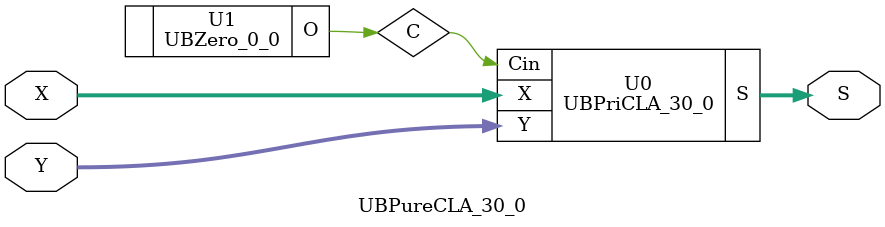
<source format=v>
/*----------------------------------------------------------------------------
  Copyright (c) 2021 Homma laboratory. All rights reserved.

  Top module: UBCLA_30_0_30_0

  Operand-1 length: 31
  Operand-2 length: 31
  Two-operand addition algorithm: Carry look-ahead adder
----------------------------------------------------------------------------*/

module GPGenerator(Go, Po, A, B);
  output Go;
  output Po;
  input A;
  input B;
  assign Go = A & B;
  assign Po = A ^ B;
endmodule

module CLAUnit_31(C, G, P, Cin);
  output [31:1] C;
  input Cin;
  input [30:0] G;
  input [30:0] P;
  assign C[1] = G[0] | ( P[0] & Cin );
  assign C[2] = G[1] | ( P[1] & G[0] ) | ( P[1] & P[0] & Cin );
  assign C[3] = G[2] | ( P[2] & G[1] ) | ( P[2] & P[1] & G[0] ) | ( P[2] & P[1] & P[0] & Cin );
  assign C[4] = G[3] | ( P[3] & G[2] ) | ( P[3] & P[2] & G[1] ) | ( P[3] & P[2] & P[1] & G[0] ) | ( P[3] & P[2] & P[1] & P[0] & Cin );
  assign C[5] = G[4] | ( P[4] & G[3] ) | ( P[4] & P[3] & G[2] ) | ( P[4] & P[3] & P[2] & G[1] ) | ( P[4] & P[3] & P[2] & P[1] & G[0] ) | ( P[4] & P[3] & P[2] & P[1] & P[0] & Cin );
  assign C[6] = G[5] | ( P[5] & G[4] ) | ( P[5] & P[4] & G[3] ) | ( P[5] & P[4] & P[3] & G[2] ) | ( P[5] & P[4] & P[3] & P[2] & G[1] ) | ( P[5] & P[4] & P[3] & P[2] & P[1] & G[0] ) | ( P[5] & P[4] & P[3]
 & P[2] & P[1] & P[0] & Cin );
  assign C[7] = G[6] | ( P[6] & G[5] ) | ( P[6] & P[5] & G[4] ) | ( P[6] & P[5] & P[4] & G[3] ) | ( P[6] & P[5] & P[4] & P[3] & G[2] ) | ( P[6] & P[5] & P[4] & P[3] & P[2] & G[1] ) | ( P[6] & P[5] & P[4]
 & P[3] & P[2] & P[1] & G[0] ) | ( P[6] & P[5] & P[4] & P[3] & P[2] & P[1] & P[0] & Cin );
  assign C[8] = G[7] | ( P[7] & G[6] ) | ( P[7] & P[6] & G[5] ) | ( P[7] & P[6] & P[5] & G[4] ) | ( P[7] & P[6] & P[5] & P[4] & G[3] ) | ( P[7] & P[6] & P[5] & P[4] & P[3] & G[2] ) | ( P[7] & P[6] & P[5]
 & P[4] & P[3] & P[2] & G[1] ) | ( P[7] & P[6] & P[5] & P[4] & P[3] & P[2] & P[1] & G[0] ) | ( P[7] & P[6] & P[5] & P[4] & P[3] & P[2] & P[1] & P[0] & Cin );
  assign C[9] = G[8] | ( P[8] & G[7] ) | ( P[8] & P[7] & G[6] ) | ( P[8] & P[7] & P[6] & G[5] ) | ( P[8] & P[7] & P[6] & P[5] & G[4] ) | ( P[8] & P[7] & P[6] & P[5] & P[4] & G[3] ) | ( P[8] & P[7] & P[6]
 & P[5] & P[4] & P[3] & G[2] ) | ( P[8] & P[7] & P[6] & P[5] & P[4] & P[3] & P[2] & G[1] ) | ( P[8] & P[7] & P[6] & P[5] & P[4] & P[3] & P[2] & P[1] & G[0] ) | ( P[8] & P[7] & P[6] & P[5] & P[4] & P[3]
 & P[2] & P[1] & P[0] & Cin );
  assign C[10] = G[9] | ( P[9] & G[8] ) | ( P[9] & P[8] & G[7] ) | ( P[9] & P[8] & P[7] & G[6] ) | ( P[9] & P[8] & P[7] & P[6] & G[5] ) | ( P[9] & P[8] & P[7] & P[6] & P[5] & G[4] ) | ( P[9] & P[8] & P[7]
 & P[6] & P[5] & P[4] & G[3] ) | ( P[9] & P[8] & P[7] & P[6] & P[5] & P[4] & P[3] & G[2] ) | ( P[9] & P[8] & P[7] & P[6] & P[5] & P[4] & P[3] & P[2] & G[1] ) | ( P[9] & P[8] & P[7] & P[6] & P[5] & P[4]
 & P[3] & P[2] & P[1] & G[0] ) | ( P[9] & P[8] & P[7] & P[6] & P[5] & P[4] & P[3] & P[2] & P[1] & P[0] & Cin );
  assign C[11] = G[10] | ( P[10] & G[9] ) | ( P[10] & P[9] & G[8] ) | ( P[10] & P[9] & P[8] & G[7] ) | ( P[10] & P[9] & P[8] & P[7] & G[6] ) | ( P[10] & P[9] & P[8] & P[7] & P[6] & G[5] ) | ( P[10] & P[9]
 & P[8] & P[7] & P[6] & P[5] & G[4] ) | ( P[10] & P[9] & P[8] & P[7] & P[6] & P[5] & P[4] & G[3] ) | ( P[10] & P[9] & P[8] & P[7] & P[6] & P[5] & P[4] & P[3] & G[2] ) | ( P[10] & P[9] & P[8] & P[7] & P[6]
 & P[5] & P[4] & P[3] & P[2] & G[1] ) | ( P[10] & P[9] & P[8] & P[7] & P[6] & P[5] & P[4] & P[3] & P[2] & P[1] & G[0] ) | ( P[10] & P[9] & P[8] & P[7] & P[6] & P[5] & P[4] & P[3] & P[2] & P[1] & P[0] &
 Cin );
  assign C[12] = G[11] | ( P[11] & G[10] ) | ( P[11] & P[10] & G[9] ) | ( P[11] & P[10] & P[9] & G[8] ) | ( P[11] & P[10] & P[9] & P[8] & G[7] ) | ( P[11] & P[10] & P[9] & P[8] & P[7] & G[6] ) | ( P[11]
 & P[10] & P[9] & P[8] & P[7] & P[6] & G[5] ) | ( P[11] & P[10] & P[9] & P[8] & P[7] & P[6] & P[5] & G[4] ) | ( P[11] & P[10] & P[9] & P[8] & P[7] & P[6] & P[5] & P[4] & G[3] ) | ( P[11] & P[10] & P[9]
 & P[8] & P[7] & P[6] & P[5] & P[4] & P[3] & G[2] ) | ( P[11] & P[10] & P[9] & P[8] & P[7] & P[6] & P[5] & P[4] & P[3] & P[2] & G[1] ) | ( P[11] & P[10] & P[9] & P[8] & P[7] & P[6] & P[5] & P[4] & P[3]
 & P[2] & P[1] & G[0] ) | ( P[11] & P[10] & P[9] & P[8] & P[7] & P[6] & P[5] & P[4] & P[3] & P[2] & P[1] & P[0] & Cin );
  assign C[13] = G[12] | ( P[12] & G[11] ) | ( P[12] & P[11] & G[10] ) | ( P[12] & P[11] & P[10] & G[9] ) | ( P[12] & P[11] & P[10] & P[9] & G[8] ) | ( P[12] & P[11] & P[10] & P[9] & P[8] & G[7] ) | ( P[12]
 & P[11] & P[10] & P[9] & P[8] & P[7] & G[6] ) | ( P[12] & P[11] & P[10] & P[9] & P[8] & P[7] & P[6] & G[5] ) | ( P[12] & P[11] & P[10] & P[9] & P[8] & P[7] & P[6] & P[5] & G[4] ) | ( P[12] & P[11] & P[10]
 & P[9] & P[8] & P[7] & P[6] & P[5] & P[4] & G[3] ) | ( P[12] & P[11] & P[10] & P[9] & P[8] & P[7] & P[6] & P[5] & P[4] & P[3] & G[2] ) | ( P[12] & P[11] & P[10] & P[9] & P[8] & P[7] & P[6] & P[5] & P[4]
 & P[3] & P[2] & G[1] ) | ( P[12] & P[11] & P[10] & P[9] & P[8] & P[7] & P[6] & P[5] & P[4] & P[3] & P[2] & P[1] & G[0] ) | ( P[12] & P[11] & P[10] & P[9] & P[8] & P[7] & P[6] & P[5] & P[4] & P[3] & P[2]
 & P[1] & P[0] & Cin );
  assign C[14] = G[13] | ( P[13] & G[12] ) | ( P[13] & P[12] & G[11] ) | ( P[13] & P[12] & P[11] & G[10] ) | ( P[13] & P[12] & P[11] & P[10] & G[9] ) | ( P[13] & P[12] & P[11] & P[10] & P[9] & G[8] ) |
 ( P[13] & P[12] & P[11] & P[10] & P[9] & P[8] & G[7] ) | ( P[13] & P[12] & P[11] & P[10] & P[9] & P[8] & P[7] & G[6] ) | ( P[13] & P[12] & P[11] & P[10] & P[9] & P[8] & P[7] & P[6] & G[5] ) | ( P[13] &
 P[12] & P[11] & P[10] & P[9] & P[8] & P[7] & P[6] & P[5] & G[4] ) | ( P[13] & P[12] & P[11] & P[10] & P[9] & P[8] & P[7] & P[6] & P[5] & P[4] & G[3] ) | ( P[13] & P[12] & P[11] & P[10] & P[9] & P[8] &
 P[7] & P[6] & P[5] & P[4] & P[3] & G[2] ) | ( P[13] & P[12] & P[11] & P[10] & P[9] & P[8] & P[7] & P[6] & P[5] & P[4] & P[3] & P[2] & G[1] ) | ( P[13] & P[12] & P[11] & P[10] & P[9] & P[8] & P[7] & P[6]
 & P[5] & P[4] & P[3] & P[2] & P[1] & G[0] ) | ( P[13] & P[12] & P[11] & P[10] & P[9] & P[8] & P[7] & P[6] & P[5] & P[4] & P[3] & P[2] & P[1] & P[0] & Cin );
  assign C[15] = G[14] | ( P[14] & G[13] ) | ( P[14] & P[13] & G[12] ) | ( P[14] & P[13] & P[12] & G[11] ) | ( P[14] & P[13] & P[12] & P[11] & G[10] ) | ( P[14] & P[13] & P[12] & P[11] & P[10] & G[9] )
 | ( P[14] & P[13] & P[12] & P[11] & P[10] & P[9] & G[8] ) | ( P[14] & P[13] & P[12] & P[11] & P[10] & P[9] & P[8] & G[7] ) | ( P[14] & P[13] & P[12] & P[11] & P[10] & P[9] & P[8] & P[7] & G[6] ) | ( P[14]
 & P[13] & P[12] & P[11] & P[10] & P[9] & P[8] & P[7] & P[6] & G[5] ) | ( P[14] & P[13] & P[12] & P[11] & P[10] & P[9] & P[8] & P[7] & P[6] & P[5] & G[4] ) | ( P[14] & P[13] & P[12] & P[11] & P[10] & P[9]
 & P[8] & P[7] & P[6] & P[5] & P[4] & G[3] ) | ( P[14] & P[13] & P[12] & P[11] & P[10] & P[9] & P[8] & P[7] & P[6] & P[5] & P[4] & P[3] & G[2] ) | ( P[14] & P[13] & P[12] & P[11] & P[10] & P[9] & P[8] &
 P[7] & P[6] & P[5] & P[4] & P[3] & P[2] & G[1] ) | ( P[14] & P[13] & P[12] & P[11] & P[10] & P[9] & P[8] & P[7] & P[6] & P[5] & P[4] & P[3] & P[2] & P[1] & G[0] ) | ( P[14] & P[13] & P[12] & P[11] & P[10]
 & P[9] & P[8] & P[7] & P[6] & P[5] & P[4] & P[3] & P[2] & P[1] & P[0] & Cin );
  assign C[16] = G[15] | ( P[15] & G[14] ) | ( P[15] & P[14] & G[13] ) | ( P[15] & P[14] & P[13] & G[12] ) | ( P[15] & P[14] & P[13] & P[12] & G[11] ) | ( P[15] & P[14] & P[13] & P[12] & P[11] & G[10] )
 | ( P[15] & P[14] & P[13] & P[12] & P[11] & P[10] & G[9] ) | ( P[15] & P[14] & P[13] & P[12] & P[11] & P[10] & P[9] & G[8] ) | ( P[15] & P[14] & P[13] & P[12] & P[11] & P[10] & P[9] & P[8] & G[7] ) | (
 P[15] & P[14] & P[13] & P[12] & P[11] & P[10] & P[9] & P[8] & P[7] & G[6] ) | ( P[15] & P[14] & P[13] & P[12] & P[11] & P[10] & P[9] & P[8] & P[7] & P[6] & G[5] ) | ( P[15] & P[14] & P[13] & P[12] & P[11]
 & P[10] & P[9] & P[8] & P[7] & P[6] & P[5] & G[4] ) | ( P[15] & P[14] & P[13] & P[12] & P[11] & P[10] & P[9] & P[8] & P[7] & P[6] & P[5] & P[4] & G[3] ) | ( P[15] & P[14] & P[13] & P[12] & P[11] & P[10]
 & P[9] & P[8] & P[7] & P[6] & P[5] & P[4] & P[3] & G[2] ) | ( P[15] & P[14] & P[13] & P[12] & P[11] & P[10] & P[9] & P[8] & P[7] & P[6] & P[5] & P[4] & P[3] & P[2] & G[1] ) | ( P[15] & P[14] & P[13] &
 P[12] & P[11] & P[10] & P[9] & P[8] & P[7] & P[6] & P[5] & P[4] & P[3] & P[2] & P[1] & G[0] ) | ( P[15] & P[14] & P[13] & P[12] & P[11] & P[10] & P[9] & P[8] & P[7] & P[6] & P[5] & P[4] & P[3] & P[2] &
 P[1] & P[0] & Cin );
  assign C[17] = G[16] | ( P[16] & G[15] ) | ( P[16] & P[15] & G[14] ) | ( P[16] & P[15] & P[14] & G[13] ) | ( P[16] & P[15] & P[14] & P[13] & G[12] ) | ( P[16] & P[15] & P[14] & P[13] & P[12] & G[11] )
 | ( P[16] & P[15] & P[14] & P[13] & P[12] & P[11] & G[10] ) | ( P[16] & P[15] & P[14] & P[13] & P[12] & P[11] & P[10] & G[9] ) | ( P[16] & P[15] & P[14] & P[13] & P[12] & P[11] & P[10] & P[9] & G[8] )
 | ( P[16] & P[15] & P[14] & P[13] & P[12] & P[11] & P[10] & P[9] & P[8] & G[7] ) | ( P[16] & P[15] & P[14] & P[13] & P[12] & P[11] & P[10] & P[9] & P[8] & P[7] & G[6] ) | ( P[16] & P[15] & P[14] & P[13]
 & P[12] & P[11] & P[10] & P[9] & P[8] & P[7] & P[6] & G[5] ) | ( P[16] & P[15] & P[14] & P[13] & P[12] & P[11] & P[10] & P[9] & P[8] & P[7] & P[6] & P[5] & G[4] ) | ( P[16] & P[15] & P[14] & P[13] & P[12]
 & P[11] & P[10] & P[9] & P[8] & P[7] & P[6] & P[5] & P[4] & G[3] ) | ( P[16] & P[15] & P[14] & P[13] & P[12] & P[11] & P[10] & P[9] & P[8] & P[7] & P[6] & P[5] & P[4] & P[3] & G[2] ) | ( P[16] & P[15]
 & P[14] & P[13] & P[12] & P[11] & P[10] & P[9] & P[8] & P[7] & P[6] & P[5] & P[4] & P[3] & P[2] & G[1] ) | ( P[16] & P[15] & P[14] & P[13] & P[12] & P[11] & P[10] & P[9] & P[8] & P[7] & P[6] & P[5] & P[4]
 & P[3] & P[2] & P[1] & G[0] ) | ( P[16] & P[15] & P[14] & P[13] & P[12] & P[11] & P[10] & P[9] & P[8] & P[7] & P[6] & P[5] & P[4] & P[3] & P[2] & P[1] & P[0] & Cin );
  assign C[18] = G[17] | ( P[17] & G[16] ) | ( P[17] & P[16] & G[15] ) | ( P[17] & P[16] & P[15] & G[14] ) | ( P[17] & P[16] & P[15] & P[14] & G[13] ) | ( P[17] & P[16] & P[15] & P[14] & P[13] & G[12] )
 | ( P[17] & P[16] & P[15] & P[14] & P[13] & P[12] & G[11] ) | ( P[17] & P[16] & P[15] & P[14] & P[13] & P[12] & P[11] & G[10] ) | ( P[17] & P[16] & P[15] & P[14] & P[13] & P[12] & P[11] & P[10] & G[9]
 ) | ( P[17] & P[16] & P[15] & P[14] & P[13] & P[12] & P[11] & P[10] & P[9] & G[8] ) | ( P[17] & P[16] & P[15] & P[14] & P[13] & P[12] & P[11] & P[10] & P[9] & P[8] & G[7] ) | ( P[17] & P[16] & P[15] &
 P[14] & P[13] & P[12] & P[11] & P[10] & P[9] & P[8] & P[7] & G[6] ) | ( P[17] & P[16] & P[15] & P[14] & P[13] & P[12] & P[11] & P[10] & P[9] & P[8] & P[7] & P[6] & G[5] ) | ( P[17] & P[16] & P[15] & P[14]
 & P[13] & P[12] & P[11] & P[10] & P[9] & P[8] & P[7] & P[6] & P[5] & G[4] ) | ( P[17] & P[16] & P[15] & P[14] & P[13] & P[12] & P[11] & P[10] & P[9] & P[8] & P[7] & P[6] & P[5] & P[4] & G[3] ) | ( P[17]
 & P[16] & P[15] & P[14] & P[13] & P[12] & P[11] & P[10] & P[9] & P[8] & P[7] & P[6] & P[5] & P[4] & P[3] & G[2] ) | ( P[17] & P[16] & P[15] & P[14] & P[13] & P[12] & P[11] & P[10] & P[9] & P[8] & P[7]
 & P[6] & P[5] & P[4] & P[3] & P[2] & G[1] ) | ( P[17] & P[16] & P[15] & P[14] & P[13] & P[12] & P[11] & P[10] & P[9] & P[8] & P[7] & P[6] & P[5] & P[4] & P[3] & P[2] & P[1] & G[0] ) | ( P[17] & P[16] &
 P[15] & P[14] & P[13] & P[12] & P[11] & P[10] & P[9] & P[8] & P[7] & P[6] & P[5] & P[4] & P[3] & P[2] & P[1] & P[0] & Cin );
  assign C[19] = G[18] | ( P[18] & G[17] ) | ( P[18] & P[17] & G[16] ) | ( P[18] & P[17] & P[16] & G[15] ) | ( P[18] & P[17] & P[16] & P[15] & G[14] ) | ( P[18] & P[17] & P[16] & P[15] & P[14] & G[13] )
 | ( P[18] & P[17] & P[16] & P[15] & P[14] & P[13] & G[12] ) | ( P[18] & P[17] & P[16] & P[15] & P[14] & P[13] & P[12] & G[11] ) | ( P[18] & P[17] & P[16] & P[15] & P[14] & P[13] & P[12] & P[11] & G[10]
 ) | ( P[18] & P[17] & P[16] & P[15] & P[14] & P[13] & P[12] & P[11] & P[10] & G[9] ) | ( P[18] & P[17] & P[16] & P[15] & P[14] & P[13] & P[12] & P[11] & P[10] & P[9] & G[8] ) | ( P[18] & P[17] & P[16]
 & P[15] & P[14] & P[13] & P[12] & P[11] & P[10] & P[9] & P[8] & G[7] ) | ( P[18] & P[17] & P[16] & P[15] & P[14] & P[13] & P[12] & P[11] & P[10] & P[9] & P[8] & P[7] & G[6] ) | ( P[18] & P[17] & P[16]
 & P[15] & P[14] & P[13] & P[12] & P[11] & P[10] & P[9] & P[8] & P[7] & P[6] & G[5] ) | ( P[18] & P[17] & P[16] & P[15] & P[14] & P[13] & P[12] & P[11] & P[10] & P[9] & P[8] & P[7] & P[6] & P[5] & G[4]
 ) | ( P[18] & P[17] & P[16] & P[15] & P[14] & P[13] & P[12] & P[11] & P[10] & P[9] & P[8] & P[7] & P[6] & P[5] & P[4] & G[3] ) | ( P[18] & P[17] & P[16] & P[15] & P[14] & P[13] & P[12] & P[11] & P[10]
 & P[9] & P[8] & P[7] & P[6] & P[5] & P[4] & P[3] & G[2] ) | ( P[18] & P[17] & P[16] & P[15] & P[14] & P[13] & P[12] & P[11] & P[10] & P[9] & P[8] & P[7] & P[6] & P[5] & P[4] & P[3] & P[2] & G[1] ) | (
 P[18] & P[17] & P[16] & P[15] & P[14] & P[13] & P[12] & P[11] & P[10] & P[9] & P[8] & P[7] & P[6] & P[5] & P[4] & P[3] & P[2] & P[1] & G[0] ) | ( P[18] & P[17] & P[16] & P[15] & P[14] & P[13] & P[12] &
 P[11] & P[10] & P[9] & P[8] & P[7] & P[6] & P[5] & P[4] & P[3] & P[2] & P[1] & P[0] & Cin );
  assign C[20] = G[19] | ( P[19] & G[18] ) | ( P[19] & P[18] & G[17] ) | ( P[19] & P[18] & P[17] & G[16] ) | ( P[19] & P[18] & P[17] & P[16] & G[15] ) | ( P[19] & P[18] & P[17] & P[16] & P[15] & G[14] )
 | ( P[19] & P[18] & P[17] & P[16] & P[15] & P[14] & G[13] ) | ( P[19] & P[18] & P[17] & P[16] & P[15] & P[14] & P[13] & G[12] ) | ( P[19] & P[18] & P[17] & P[16] & P[15] & P[14] & P[13] & P[12] & G[11]
 ) | ( P[19] & P[18] & P[17] & P[16] & P[15] & P[14] & P[13] & P[12] & P[11] & G[10] ) | ( P[19] & P[18] & P[17] & P[16] & P[15] & P[14] & P[13] & P[12] & P[11] & P[10] & G[9] ) | ( P[19] & P[18] & P[17]
 & P[16] & P[15] & P[14] & P[13] & P[12] & P[11] & P[10] & P[9] & G[8] ) | ( P[19] & P[18] & P[17] & P[16] & P[15] & P[14] & P[13] & P[12] & P[11] & P[10] & P[9] & P[8] & G[7] ) | ( P[19] & P[18] & P[17]
 & P[16] & P[15] & P[14] & P[13] & P[12] & P[11] & P[10] & P[9] & P[8] & P[7] & G[6] ) | ( P[19] & P[18] & P[17] & P[16] & P[15] & P[14] & P[13] & P[12] & P[11] & P[10] & P[9] & P[8] & P[7] & P[6] & G[5]
 ) | ( P[19] & P[18] & P[17] & P[16] & P[15] & P[14] & P[13] & P[12] & P[11] & P[10] & P[9] & P[8] & P[7] & P[6] & P[5] & G[4] ) | ( P[19] & P[18] & P[17] & P[16] & P[15] & P[14] & P[13] & P[12] & P[11]
 & P[10] & P[9] & P[8] & P[7] & P[6] & P[5] & P[4] & G[3] ) | ( P[19] & P[18] & P[17] & P[16] & P[15] & P[14] & P[13] & P[12] & P[11] & P[10] & P[9] & P[8] & P[7] & P[6] & P[5] & P[4] & P[3] & G[2] ) |
 ( P[19] & P[18] & P[17] & P[16] & P[15] & P[14] & P[13] & P[12] & P[11] & P[10] & P[9] & P[8] & P[7] & P[6] & P[5] & P[4] & P[3] & P[2] & G[1] ) | ( P[19] & P[18] & P[17] & P[16] & P[15] & P[14] & P[13]
 & P[12] & P[11] & P[10] & P[9] & P[8] & P[7] & P[6] & P[5] & P[4] & P[3] & P[2] & P[1] & G[0] ) | ( P[19] & P[18] & P[17] & P[16] & P[15] & P[14] & P[13] & P[12] & P[11] & P[10] & P[9] & P[8] & P[7] &
 P[6] & P[5] & P[4] & P[3] & P[2] & P[1] & P[0] & Cin );
  assign C[21] = G[20] | ( P[20] & G[19] ) | ( P[20] & P[19] & G[18] ) | ( P[20] & P[19] & P[18] & G[17] ) | ( P[20] & P[19] & P[18] & P[17] & G[16] ) | ( P[20] & P[19] & P[18] & P[17] & P[16] & G[15] )
 | ( P[20] & P[19] & P[18] & P[17] & P[16] & P[15] & G[14] ) | ( P[20] & P[19] & P[18] & P[17] & P[16] & P[15] & P[14] & G[13] ) | ( P[20] & P[19] & P[18] & P[17] & P[16] & P[15] & P[14] & P[13] & G[12]
 ) | ( P[20] & P[19] & P[18] & P[17] & P[16] & P[15] & P[14] & P[13] & P[12] & G[11] ) | ( P[20] & P[19] & P[18] & P[17] & P[16] & P[15] & P[14] & P[13] & P[12] & P[11] & G[10] ) | ( P[20] & P[19] & P[18]
 & P[17] & P[16] & P[15] & P[14] & P[13] & P[12] & P[11] & P[10] & G[9] ) | ( P[20] & P[19] & P[18] & P[17] & P[16] & P[15] & P[14] & P[13] & P[12] & P[11] & P[10] & P[9] & G[8] ) | ( P[20] & P[19] & P[18]
 & P[17] & P[16] & P[15] & P[14] & P[13] & P[12] & P[11] & P[10] & P[9] & P[8] & G[7] ) | ( P[20] & P[19] & P[18] & P[17] & P[16] & P[15] & P[14] & P[13] & P[12] & P[11] & P[10] & P[9] & P[8] & P[7] & G[6]
 ) | ( P[20] & P[19] & P[18] & P[17] & P[16] & P[15] & P[14] & P[13] & P[12] & P[11] & P[10] & P[9] & P[8] & P[7] & P[6] & G[5] ) | ( P[20] & P[19] & P[18] & P[17] & P[16] & P[15] & P[14] & P[13] & P[12]
 & P[11] & P[10] & P[9] & P[8] & P[7] & P[6] & P[5] & G[4] ) | ( P[20] & P[19] & P[18] & P[17] & P[16] & P[15] & P[14] & P[13] & P[12] & P[11] & P[10] & P[9] & P[8] & P[7] & P[6] & P[5] & P[4] & G[3] )
 | ( P[20] & P[19] & P[18] & P[17] & P[16] & P[15] & P[14] & P[13] & P[12] & P[11] & P[10] & P[9] & P[8] & P[7] & P[6] & P[5] & P[4] & P[3] & G[2] ) | ( P[20] & P[19] & P[18] & P[17] & P[16] & P[15] & P[14]
 & P[13] & P[12] & P[11] & P[10] & P[9] & P[8] & P[7] & P[6] & P[5] & P[4] & P[3] & P[2] & G[1] ) | ( P[20] & P[19] & P[18] & P[17] & P[16] & P[15] & P[14] & P[13] & P[12] & P[11] & P[10] & P[9] & P[8]
 & P[7] & P[6] & P[5] & P[4] & P[3] & P[2] & P[1] & G[0] ) | ( P[20] & P[19] & P[18] & P[17] & P[16] & P[15] & P[14] & P[13] & P[12] & P[11] & P[10] & P[9] & P[8] & P[7] & P[6] & P[5] & P[4] & P[3] & P[2]
 & P[1] & P[0] & Cin );
  assign C[22] = G[21] | ( P[21] & G[20] ) | ( P[21] & P[20] & G[19] ) | ( P[21] & P[20] & P[19] & G[18] ) | ( P[21] & P[20] & P[19] & P[18] & G[17] ) | ( P[21] & P[20] & P[19] & P[18] & P[17] & G[16] )
 | ( P[21] & P[20] & P[19] & P[18] & P[17] & P[16] & G[15] ) | ( P[21] & P[20] & P[19] & P[18] & P[17] & P[16] & P[15] & G[14] ) | ( P[21] & P[20] & P[19] & P[18] & P[17] & P[16] & P[15] & P[14] & G[13]
 ) | ( P[21] & P[20] & P[19] & P[18] & P[17] & P[16] & P[15] & P[14] & P[13] & G[12] ) | ( P[21] & P[20] & P[19] & P[18] & P[17] & P[16] & P[15] & P[14] & P[13] & P[12] & G[11] ) | ( P[21] & P[20] & P[19]
 & P[18] & P[17] & P[16] & P[15] & P[14] & P[13] & P[12] & P[11] & G[10] ) | ( P[21] & P[20] & P[19] & P[18] & P[17] & P[16] & P[15] & P[14] & P[13] & P[12] & P[11] & P[10] & G[9] ) | ( P[21] & P[20] &
 P[19] & P[18] & P[17] & P[16] & P[15] & P[14] & P[13] & P[12] & P[11] & P[10] & P[9] & G[8] ) | ( P[21] & P[20] & P[19] & P[18] & P[17] & P[16] & P[15] & P[14] & P[13] & P[12] & P[11] & P[10] & P[9] &
 P[8] & G[7] ) | ( P[21] & P[20] & P[19] & P[18] & P[17] & P[16] & P[15] & P[14] & P[13] & P[12] & P[11] & P[10] & P[9] & P[8] & P[7] & G[6] ) | ( P[21] & P[20] & P[19] & P[18] & P[17] & P[16] & P[15] &
 P[14] & P[13] & P[12] & P[11] & P[10] & P[9] & P[8] & P[7] & P[6] & G[5] ) | ( P[21] & P[20] & P[19] & P[18] & P[17] & P[16] & P[15] & P[14] & P[13] & P[12] & P[11] & P[10] & P[9] & P[8] & P[7] & P[6]
 & P[5] & G[4] ) | ( P[21] & P[20] & P[19] & P[18] & P[17] & P[16] & P[15] & P[14] & P[13] & P[12] & P[11] & P[10] & P[9] & P[8] & P[7] & P[6] & P[5] & P[4] & G[3] ) | ( P[21] & P[20] & P[19] & P[18] &
 P[17] & P[16] & P[15] & P[14] & P[13] & P[12] & P[11] & P[10] & P[9] & P[8] & P[7] & P[6] & P[5] & P[4] & P[3] & G[2] ) | ( P[21] & P[20] & P[19] & P[18] & P[17] & P[16] & P[15] & P[14] & P[13] & P[12]
 & P[11] & P[10] & P[9] & P[8] & P[7] & P[6] & P[5] & P[4] & P[3] & P[2] & G[1] ) | ( P[21] & P[20] & P[19] & P[18] & P[17] & P[16] & P[15] & P[14] & P[13] & P[12] & P[11] & P[10] & P[9] & P[8] & P[7] &
 P[6] & P[5] & P[4] & P[3] & P[2] & P[1] & G[0] ) | ( P[21] & P[20] & P[19] & P[18] & P[17] & P[16] & P[15] & P[14] & P[13] & P[12] & P[11] & P[10] & P[9] & P[8] & P[7] & P[6] & P[5] & P[4] & P[3] & P[2]
 & P[1] & P[0] & Cin );
  assign C[23] = G[22] | ( P[22] & G[21] ) | ( P[22] & P[21] & G[20] ) | ( P[22] & P[21] & P[20] & G[19] ) | ( P[22] & P[21] & P[20] & P[19] & G[18] ) | ( P[22] & P[21] & P[20] & P[19] & P[18] & G[17] )
 | ( P[22] & P[21] & P[20] & P[19] & P[18] & P[17] & G[16] ) | ( P[22] & P[21] & P[20] & P[19] & P[18] & P[17] & P[16] & G[15] ) | ( P[22] & P[21] & P[20] & P[19] & P[18] & P[17] & P[16] & P[15] & G[14]
 ) | ( P[22] & P[21] & P[20] & P[19] & P[18] & P[17] & P[16] & P[15] & P[14] & G[13] ) | ( P[22] & P[21] & P[20] & P[19] & P[18] & P[17] & P[16] & P[15] & P[14] & P[13] & G[12] ) | ( P[22] & P[21] & P[20]
 & P[19] & P[18] & P[17] & P[16] & P[15] & P[14] & P[13] & P[12] & G[11] ) | ( P[22] & P[21] & P[20] & P[19] & P[18] & P[17] & P[16] & P[15] & P[14] & P[13] & P[12] & P[11] & G[10] ) | ( P[22] & P[21] &
 P[20] & P[19] & P[18] & P[17] & P[16] & P[15] & P[14] & P[13] & P[12] & P[11] & P[10] & G[9] ) | ( P[22] & P[21] & P[20] & P[19] & P[18] & P[17] & P[16] & P[15] & P[14] & P[13] & P[12] & P[11] & P[10]
 & P[9] & G[8] ) | ( P[22] & P[21] & P[20] & P[19] & P[18] & P[17] & P[16] & P[15] & P[14] & P[13] & P[12] & P[11] & P[10] & P[9] & P[8] & G[7] ) | ( P[22] & P[21] & P[20] & P[19] & P[18] & P[17] & P[16]
 & P[15] & P[14] & P[13] & P[12] & P[11] & P[10] & P[9] & P[8] & P[7] & G[6] ) | ( P[22] & P[21] & P[20] & P[19] & P[18] & P[17] & P[16] & P[15] & P[14] & P[13] & P[12] & P[11] & P[10] & P[9] & P[8] & P[7]
 & P[6] & G[5] ) | ( P[22] & P[21] & P[20] & P[19] & P[18] & P[17] & P[16] & P[15] & P[14] & P[13] & P[12] & P[11] & P[10] & P[9] & P[8] & P[7] & P[6] & P[5] & G[4] ) | ( P[22] & P[21] & P[20] & P[19] &
 P[18] & P[17] & P[16] & P[15] & P[14] & P[13] & P[12] & P[11] & P[10] & P[9] & P[8] & P[7] & P[6] & P[5] & P[4] & G[3] ) | ( P[22] & P[21] & P[20] & P[19] & P[18] & P[17] & P[16] & P[15] & P[14] & P[13]
 & P[12] & P[11] & P[10] & P[9] & P[8] & P[7] & P[6] & P[5] & P[4] & P[3] & G[2] ) | ( P[22] & P[21] & P[20] & P[19] & P[18] & P[17] & P[16] & P[15] & P[14] & P[13] & P[12] & P[11] & P[10] & P[9] & P[8]
 & P[7] & P[6] & P[5] & P[4] & P[3] & P[2] & G[1] ) | ( P[22] & P[21] & P[20] & P[19] & P[18] & P[17] & P[16] & P[15] & P[14] & P[13] & P[12] & P[11] & P[10] & P[9] & P[8] & P[7] & P[6] & P[5] & P[4] &
 P[3] & P[2] & P[1] & G[0] ) | ( P[22] & P[21] & P[20] & P[19] & P[18] & P[17] & P[16] & P[15] & P[14] & P[13] & P[12] & P[11] & P[10] & P[9] & P[8] & P[7] & P[6] & P[5] & P[4] & P[3] & P[2] & P[1] & P[0]
 & Cin );
  assign C[24] = G[23] | ( P[23] & G[22] ) | ( P[23] & P[22] & G[21] ) | ( P[23] & P[22] & P[21] & G[20] ) | ( P[23] & P[22] & P[21] & P[20] & G[19] ) | ( P[23] & P[22] & P[21] & P[20] & P[19] & G[18] )
 | ( P[23] & P[22] & P[21] & P[20] & P[19] & P[18] & G[17] ) | ( P[23] & P[22] & P[21] & P[20] & P[19] & P[18] & P[17] & G[16] ) | ( P[23] & P[22] & P[21] & P[20] & P[19] & P[18] & P[17] & P[16] & G[15]
 ) | ( P[23] & P[22] & P[21] & P[20] & P[19] & P[18] & P[17] & P[16] & P[15] & G[14] ) | ( P[23] & P[22] & P[21] & P[20] & P[19] & P[18] & P[17] & P[16] & P[15] & P[14] & G[13] ) | ( P[23] & P[22] & P[21]
 & P[20] & P[19] & P[18] & P[17] & P[16] & P[15] & P[14] & P[13] & G[12] ) | ( P[23] & P[22] & P[21] & P[20] & P[19] & P[18] & P[17] & P[16] & P[15] & P[14] & P[13] & P[12] & G[11] ) | ( P[23] & P[22] &
 P[21] & P[20] & P[19] & P[18] & P[17] & P[16] & P[15] & P[14] & P[13] & P[12] & P[11] & G[10] ) | ( P[23] & P[22] & P[21] & P[20] & P[19] & P[18] & P[17] & P[16] & P[15] & P[14] & P[13] & P[12] & P[11]
 & P[10] & G[9] ) | ( P[23] & P[22] & P[21] & P[20] & P[19] & P[18] & P[17] & P[16] & P[15] & P[14] & P[13] & P[12] & P[11] & P[10] & P[9] & G[8] ) | ( P[23] & P[22] & P[21] & P[20] & P[19] & P[18] & P[17]
 & P[16] & P[15] & P[14] & P[13] & P[12] & P[11] & P[10] & P[9] & P[8] & G[7] ) | ( P[23] & P[22] & P[21] & P[20] & P[19] & P[18] & P[17] & P[16] & P[15] & P[14] & P[13] & P[12] & P[11] & P[10] & P[9] &
 P[8] & P[7] & G[6] ) | ( P[23] & P[22] & P[21] & P[20] & P[19] & P[18] & P[17] & P[16] & P[15] & P[14] & P[13] & P[12] & P[11] & P[10] & P[9] & P[8] & P[7] & P[6] & G[5] ) | ( P[23] & P[22] & P[21] & P[20]
 & P[19] & P[18] & P[17] & P[16] & P[15] & P[14] & P[13] & P[12] & P[11] & P[10] & P[9] & P[8] & P[7] & P[6] & P[5] & G[4] ) | ( P[23] & P[22] & P[21] & P[20] & P[19] & P[18] & P[17] & P[16] & P[15] & P[14]
 & P[13] & P[12] & P[11] & P[10] & P[9] & P[8] & P[7] & P[6] & P[5] & P[4] & G[3] ) | ( P[23] & P[22] & P[21] & P[20] & P[19] & P[18] & P[17] & P[16] & P[15] & P[14] & P[13] & P[12] & P[11] & P[10] & P[9]
 & P[8] & P[7] & P[6] & P[5] & P[4] & P[3] & G[2] ) | ( P[23] & P[22] & P[21] & P[20] & P[19] & P[18] & P[17] & P[16] & P[15] & P[14] & P[13] & P[12] & P[11] & P[10] & P[9] & P[8] & P[7] & P[6] & P[5] &
 P[4] & P[3] & P[2] & G[1] ) | ( P[23] & P[22] & P[21] & P[20] & P[19] & P[18] & P[17] & P[16] & P[15] & P[14] & P[13] & P[12] & P[11] & P[10] & P[9] & P[8] & P[7] & P[6] & P[5] & P[4] & P[3] & P[2] & P[1]
 & G[0] ) | ( P[23] & P[22] & P[21] & P[20] & P[19] & P[18] & P[17] & P[16] & P[15] & P[14] & P[13] & P[12] & P[11] & P[10] & P[9] & P[8] & P[7] & P[6] & P[5] & P[4] & P[3] & P[2] & P[1] & P[0] & Cin );
  assign C[25] = G[24] | ( P[24] & G[23] ) | ( P[24] & P[23] & G[22] ) | ( P[24] & P[23] & P[22] & G[21] ) | ( P[24] & P[23] & P[22] & P[21] & G[20] ) | ( P[24] & P[23] & P[22] & P[21] & P[20] & G[19] )
 | ( P[24] & P[23] & P[22] & P[21] & P[20] & P[19] & G[18] ) | ( P[24] & P[23] & P[22] & P[21] & P[20] & P[19] & P[18] & G[17] ) | ( P[24] & P[23] & P[22] & P[21] & P[20] & P[19] & P[18] & P[17] & G[16]
 ) | ( P[24] & P[23] & P[22] & P[21] & P[20] & P[19] & P[18] & P[17] & P[16] & G[15] ) | ( P[24] & P[23] & P[22] & P[21] & P[20] & P[19] & P[18] & P[17] & P[16] & P[15] & G[14] ) | ( P[24] & P[23] & P[22]
 & P[21] & P[20] & P[19] & P[18] & P[17] & P[16] & P[15] & P[14] & G[13] ) | ( P[24] & P[23] & P[22] & P[21] & P[20] & P[19] & P[18] & P[17] & P[16] & P[15] & P[14] & P[13] & G[12] ) | ( P[24] & P[23] &
 P[22] & P[21] & P[20] & P[19] & P[18] & P[17] & P[16] & P[15] & P[14] & P[13] & P[12] & G[11] ) | ( P[24] & P[23] & P[22] & P[21] & P[20] & P[19] & P[18] & P[17] & P[16] & P[15] & P[14] & P[13] & P[12]
 & P[11] & G[10] ) | ( P[24] & P[23] & P[22] & P[21] & P[20] & P[19] & P[18] & P[17] & P[16] & P[15] & P[14] & P[13] & P[12] & P[11] & P[10] & G[9] ) | ( P[24] & P[23] & P[22] & P[21] & P[20] & P[19] &
 P[18] & P[17] & P[16] & P[15] & P[14] & P[13] & P[12] & P[11] & P[10] & P[9] & G[8] ) | ( P[24] & P[23] & P[22] & P[21] & P[20] & P[19] & P[18] & P[17] & P[16] & P[15] & P[14] & P[13] & P[12] & P[11] &
 P[10] & P[9] & P[8] & G[7] ) | ( P[24] & P[23] & P[22] & P[21] & P[20] & P[19] & P[18] & P[17] & P[16] & P[15] & P[14] & P[13] & P[12] & P[11] & P[10] & P[9] & P[8] & P[7] & G[6] ) | ( P[24] & P[23] &
 P[22] & P[21] & P[20] & P[19] & P[18] & P[17] & P[16] & P[15] & P[14] & P[13] & P[12] & P[11] & P[10] & P[9] & P[8] & P[7] & P[6] & G[5] ) | ( P[24] & P[23] & P[22] & P[21] & P[20] & P[19] & P[18] & P[17]
 & P[16] & P[15] & P[14] & P[13] & P[12] & P[11] & P[10] & P[9] & P[8] & P[7] & P[6] & P[5] & G[4] ) | ( P[24] & P[23] & P[22] & P[21] & P[20] & P[19] & P[18] & P[17] & P[16] & P[15] & P[14] & P[13] & P[12]
 & P[11] & P[10] & P[9] & P[8] & P[7] & P[6] & P[5] & P[4] & G[3] ) | ( P[24] & P[23] & P[22] & P[21] & P[20] & P[19] & P[18] & P[17] & P[16] & P[15] & P[14] & P[13] & P[12] & P[11] & P[10] & P[9] & P[8]
 & P[7] & P[6] & P[5] & P[4] & P[3] & G[2] ) | ( P[24] & P[23] & P[22] & P[21] & P[20] & P[19] & P[18] & P[17] & P[16] & P[15] & P[14] & P[13] & P[12] & P[11] & P[10] & P[9] & P[8] & P[7] & P[6] & P[5]
 & P[4] & P[3] & P[2] & G[1] ) | ( P[24] & P[23] & P[22] & P[21] & P[20] & P[19] & P[18] & P[17] & P[16] & P[15] & P[14] & P[13] & P[12] & P[11] & P[10] & P[9] & P[8] & P[7] & P[6] & P[5] & P[4] & P[3]
 & P[2] & P[1] & G[0] ) | ( P[24] & P[23] & P[22] & P[21] & P[20] & P[19] & P[18] & P[17] & P[16] & P[15] & P[14] & P[13] & P[12] & P[11] & P[10] & P[9] & P[8] & P[7] & P[6] & P[5] & P[4] & P[3] & P[2]
 & P[1] & P[0] & Cin );
  assign C[26] = G[25] | ( P[25] & G[24] ) | ( P[25] & P[24] & G[23] ) | ( P[25] & P[24] & P[23] & G[22] ) | ( P[25] & P[24] & P[23] & P[22] & G[21] ) | ( P[25] & P[24] & P[23] & P[22] & P[21] & G[20] )
 | ( P[25] & P[24] & P[23] & P[22] & P[21] & P[20] & G[19] ) | ( P[25] & P[24] & P[23] & P[22] & P[21] & P[20] & P[19] & G[18] ) | ( P[25] & P[24] & P[23] & P[22] & P[21] & P[20] & P[19] & P[18] & G[17]
 ) | ( P[25] & P[24] & P[23] & P[22] & P[21] & P[20] & P[19] & P[18] & P[17] & G[16] ) | ( P[25] & P[24] & P[23] & P[22] & P[21] & P[20] & P[19] & P[18] & P[17] & P[16] & G[15] ) | ( P[25] & P[24] & P[23]
 & P[22] & P[21] & P[20] & P[19] & P[18] & P[17] & P[16] & P[15] & G[14] ) | ( P[25] & P[24] & P[23] & P[22] & P[21] & P[20] & P[19] & P[18] & P[17] & P[16] & P[15] & P[14] & G[13] ) | ( P[25] & P[24] &
 P[23] & P[22] & P[21] & P[20] & P[19] & P[18] & P[17] & P[16] & P[15] & P[14] & P[13] & G[12] ) | ( P[25] & P[24] & P[23] & P[22] & P[21] & P[20] & P[19] & P[18] & P[17] & P[16] & P[15] & P[14] & P[13]
 & P[12] & G[11] ) | ( P[25] & P[24] & P[23] & P[22] & P[21] & P[20] & P[19] & P[18] & P[17] & P[16] & P[15] & P[14] & P[13] & P[12] & P[11] & G[10] ) | ( P[25] & P[24] & P[23] & P[22] & P[21] & P[20] &
 P[19] & P[18] & P[17] & P[16] & P[15] & P[14] & P[13] & P[12] & P[11] & P[10] & G[9] ) | ( P[25] & P[24] & P[23] & P[22] & P[21] & P[20] & P[19] & P[18] & P[17] & P[16] & P[15] & P[14] & P[13] & P[12]
 & P[11] & P[10] & P[9] & G[8] ) | ( P[25] & P[24] & P[23] & P[22] & P[21] & P[20] & P[19] & P[18] & P[17] & P[16] & P[15] & P[14] & P[13] & P[12] & P[11] & P[10] & P[9] & P[8] & G[7] ) | ( P[25] & P[24]
 & P[23] & P[22] & P[21] & P[20] & P[19] & P[18] & P[17] & P[16] & P[15] & P[14] & P[13] & P[12] & P[11] & P[10] & P[9] & P[8] & P[7] & G[6] ) | ( P[25] & P[24] & P[23] & P[22] & P[21] & P[20] & P[19] &
 P[18] & P[17] & P[16] & P[15] & P[14] & P[13] & P[12] & P[11] & P[10] & P[9] & P[8] & P[7] & P[6] & G[5] ) | ( P[25] & P[24] & P[23] & P[22] & P[21] & P[20] & P[19] & P[18] & P[17] & P[16] & P[15] & P[14]
 & P[13] & P[12] & P[11] & P[10] & P[9] & P[8] & P[7] & P[6] & P[5] & G[4] ) | ( P[25] & P[24] & P[23] & P[22] & P[21] & P[20] & P[19] & P[18] & P[17] & P[16] & P[15] & P[14] & P[13] & P[12] & P[11] & P[10]
 & P[9] & P[8] & P[7] & P[6] & P[5] & P[4] & G[3] ) | ( P[25] & P[24] & P[23] & P[22] & P[21] & P[20] & P[19] & P[18] & P[17] & P[16] & P[15] & P[14] & P[13] & P[12] & P[11] & P[10] & P[9] & P[8] & P[7]
 & P[6] & P[5] & P[4] & P[3] & G[2] ) | ( P[25] & P[24] & P[23] & P[22] & P[21] & P[20] & P[19] & P[18] & P[17] & P[16] & P[15] & P[14] & P[13] & P[12] & P[11] & P[10] & P[9] & P[8] & P[7] & P[6] & P[5]
 & P[4] & P[3] & P[2] & G[1] ) | ( P[25] & P[24] & P[23] & P[22] & P[21] & P[20] & P[19] & P[18] & P[17] & P[16] & P[15] & P[14] & P[13] & P[12] & P[11] & P[10] & P[9] & P[8] & P[7] & P[6] & P[5] & P[4]
 & P[3] & P[2] & P[1] & G[0] ) | ( P[25] & P[24] & P[23] & P[22] & P[21] & P[20] & P[19] & P[18] & P[17] & P[16] & P[15] & P[14] & P[13] & P[12] & P[11] & P[10] & P[9] & P[8] & P[7] & P[6] & P[5] & P[4]
 & P[3] & P[2] & P[1] & P[0] & Cin );
  assign C[27] = G[26] | ( P[26] & G[25] ) | ( P[26] & P[25] & G[24] ) | ( P[26] & P[25] & P[24] & G[23] ) | ( P[26] & P[25] & P[24] & P[23] & G[22] ) | ( P[26] & P[25] & P[24] & P[23] & P[22] & G[21] )
 | ( P[26] & P[25] & P[24] & P[23] & P[22] & P[21] & G[20] ) | ( P[26] & P[25] & P[24] & P[23] & P[22] & P[21] & P[20] & G[19] ) | ( P[26] & P[25] & P[24] & P[23] & P[22] & P[21] & P[20] & P[19] & G[18]
 ) | ( P[26] & P[25] & P[24] & P[23] & P[22] & P[21] & P[20] & P[19] & P[18] & G[17] ) | ( P[26] & P[25] & P[24] & P[23] & P[22] & P[21] & P[20] & P[19] & P[18] & P[17] & G[16] ) | ( P[26] & P[25] & P[24]
 & P[23] & P[22] & P[21] & P[20] & P[19] & P[18] & P[17] & P[16] & G[15] ) | ( P[26] & P[25] & P[24] & P[23] & P[22] & P[21] & P[20] & P[19] & P[18] & P[17] & P[16] & P[15] & G[14] ) | ( P[26] & P[25] &
 P[24] & P[23] & P[22] & P[21] & P[20] & P[19] & P[18] & P[17] & P[16] & P[15] & P[14] & G[13] ) | ( P[26] & P[25] & P[24] & P[23] & P[22] & P[21] & P[20] & P[19] & P[18] & P[17] & P[16] & P[15] & P[14]
 & P[13] & G[12] ) | ( P[26] & P[25] & P[24] & P[23] & P[22] & P[21] & P[20] & P[19] & P[18] & P[17] & P[16] & P[15] & P[14] & P[13] & P[12] & G[11] ) | ( P[26] & P[25] & P[24] & P[23] & P[22] & P[21] &
 P[20] & P[19] & P[18] & P[17] & P[16] & P[15] & P[14] & P[13] & P[12] & P[11] & G[10] ) | ( P[26] & P[25] & P[24] & P[23] & P[22] & P[21] & P[20] & P[19] & P[18] & P[17] & P[16] & P[15] & P[14] & P[13]
 & P[12] & P[11] & P[10] & G[9] ) | ( P[26] & P[25] & P[24] & P[23] & P[22] & P[21] & P[20] & P[19] & P[18] & P[17] & P[16] & P[15] & P[14] & P[13] & P[12] & P[11] & P[10] & P[9] & G[8] ) | ( P[26] & P[25]
 & P[24] & P[23] & P[22] & P[21] & P[20] & P[19] & P[18] & P[17] & P[16] & P[15] & P[14] & P[13] & P[12] & P[11] & P[10] & P[9] & P[8] & G[7] ) | ( P[26] & P[25] & P[24] & P[23] & P[22] & P[21] & P[20]
 & P[19] & P[18] & P[17] & P[16] & P[15] & P[14] & P[13] & P[12] & P[11] & P[10] & P[9] & P[8] & P[7] & G[6] ) | ( P[26] & P[25] & P[24] & P[23] & P[22] & P[21] & P[20] & P[19] & P[18] & P[17] & P[16] &
 P[15] & P[14] & P[13] & P[12] & P[11] & P[10] & P[9] & P[8] & P[7] & P[6] & G[5] ) | ( P[26] & P[25] & P[24] & P[23] & P[22] & P[21] & P[20] & P[19] & P[18] & P[17] & P[16] & P[15] & P[14] & P[13] & P[12]
 & P[11] & P[10] & P[9] & P[8] & P[7] & P[6] & P[5] & G[4] ) | ( P[26] & P[25] & P[24] & P[23] & P[22] & P[21] & P[20] & P[19] & P[18] & P[17] & P[16] & P[15] & P[14] & P[13] & P[12] & P[11] & P[10] & P[9]
 & P[8] & P[7] & P[6] & P[5] & P[4] & G[3] ) | ( P[26] & P[25] & P[24] & P[23] & P[22] & P[21] & P[20] & P[19] & P[18] & P[17] & P[16] & P[15] & P[14] & P[13] & P[12] & P[11] & P[10] & P[9] & P[8] & P[7]
 & P[6] & P[5] & P[4] & P[3] & G[2] ) | ( P[26] & P[25] & P[24] & P[23] & P[22] & P[21] & P[20] & P[19] & P[18] & P[17] & P[16] & P[15] & P[14] & P[13] & P[12] & P[11] & P[10] & P[9] & P[8] & P[7] & P[6]
 & P[5] & P[4] & P[3] & P[2] & G[1] ) | ( P[26] & P[25] & P[24] & P[23] & P[22] & P[21] & P[20] & P[19] & P[18] & P[17] & P[16] & P[15] & P[14] & P[13] & P[12] & P[11] & P[10] & P[9] & P[8] & P[7] & P[6]
 & P[5] & P[4] & P[3] & P[2] & P[1] & G[0] ) | ( P[26] & P[25] & P[24] & P[23] & P[22] & P[21] & P[20] & P[19] & P[18] & P[17] & P[16] & P[15] & P[14] & P[13] & P[12] & P[11] & P[10] & P[9] & P[8] & P[7]
 & P[6] & P[5] & P[4] & P[3] & P[2] & P[1] & P[0] & Cin );
  assign C[28] = G[27] | ( P[27] & G[26] ) | ( P[27] & P[26] & G[25] ) | ( P[27] & P[26] & P[25] & G[24] ) | ( P[27] & P[26] & P[25] & P[24] & G[23] ) | ( P[27] & P[26] & P[25] & P[24] & P[23] & G[22] )
 | ( P[27] & P[26] & P[25] & P[24] & P[23] & P[22] & G[21] ) | ( P[27] & P[26] & P[25] & P[24] & P[23] & P[22] & P[21] & G[20] ) | ( P[27] & P[26] & P[25] & P[24] & P[23] & P[22] & P[21] & P[20] & G[19]
 ) | ( P[27] & P[26] & P[25] & P[24] & P[23] & P[22] & P[21] & P[20] & P[19] & G[18] ) | ( P[27] & P[26] & P[25] & P[24] & P[23] & P[22] & P[21] & P[20] & P[19] & P[18] & G[17] ) | ( P[27] & P[26] & P[25]
 & P[24] & P[23] & P[22] & P[21] & P[20] & P[19] & P[18] & P[17] & G[16] ) | ( P[27] & P[26] & P[25] & P[24] & P[23] & P[22] & P[21] & P[20] & P[19] & P[18] & P[17] & P[16] & G[15] ) | ( P[27] & P[26] &
 P[25] & P[24] & P[23] & P[22] & P[21] & P[20] & P[19] & P[18] & P[17] & P[16] & P[15] & G[14] ) | ( P[27] & P[26] & P[25] & P[24] & P[23] & P[22] & P[21] & P[20] & P[19] & P[18] & P[17] & P[16] & P[15]
 & P[14] & G[13] ) | ( P[27] & P[26] & P[25] & P[24] & P[23] & P[22] & P[21] & P[20] & P[19] & P[18] & P[17] & P[16] & P[15] & P[14] & P[13] & G[12] ) | ( P[27] & P[26] & P[25] & P[24] & P[23] & P[22] &
 P[21] & P[20] & P[19] & P[18] & P[17] & P[16] & P[15] & P[14] & P[13] & P[12] & G[11] ) | ( P[27] & P[26] & P[25] & P[24] & P[23] & P[22] & P[21] & P[20] & P[19] & P[18] & P[17] & P[16] & P[15] & P[14]
 & P[13] & P[12] & P[11] & G[10] ) | ( P[27] & P[26] & P[25] & P[24] & P[23] & P[22] & P[21] & P[20] & P[19] & P[18] & P[17] & P[16] & P[15] & P[14] & P[13] & P[12] & P[11] & P[10] & G[9] ) | ( P[27] &
 P[26] & P[25] & P[24] & P[23] & P[22] & P[21] & P[20] & P[19] & P[18] & P[17] & P[16] & P[15] & P[14] & P[13] & P[12] & P[11] & P[10] & P[9] & G[8] ) | ( P[27] & P[26] & P[25] & P[24] & P[23] & P[22] &
 P[21] & P[20] & P[19] & P[18] & P[17] & P[16] & P[15] & P[14] & P[13] & P[12] & P[11] & P[10] & P[9] & P[8] & G[7] ) | ( P[27] & P[26] & P[25] & P[24] & P[23] & P[22] & P[21] & P[20] & P[19] & P[18] &
 P[17] & P[16] & P[15] & P[14] & P[13] & P[12] & P[11] & P[10] & P[9] & P[8] & P[7] & G[6] ) | ( P[27] & P[26] & P[25] & P[24] & P[23] & P[22] & P[21] & P[20] & P[19] & P[18] & P[17] & P[16] & P[15] & P[14]
 & P[13] & P[12] & P[11] & P[10] & P[9] & P[8] & P[7] & P[6] & G[5] ) | ( P[27] & P[26] & P[25] & P[24] & P[23] & P[22] & P[21] & P[20] & P[19] & P[18] & P[17] & P[16] & P[15] & P[14] & P[13] & P[12] &
 P[11] & P[10] & P[9] & P[8] & P[7] & P[6] & P[5] & G[4] ) | ( P[27] & P[26] & P[25] & P[24] & P[23] & P[22] & P[21] & P[20] & P[19] & P[18] & P[17] & P[16] & P[15] & P[14] & P[13] & P[12] & P[11] & P[10]
 & P[9] & P[8] & P[7] & P[6] & P[5] & P[4] & G[3] ) | ( P[27] & P[26] & P[25] & P[24] & P[23] & P[22] & P[21] & P[20] & P[19] & P[18] & P[17] & P[16] & P[15] & P[14] & P[13] & P[12] & P[11] & P[10] & P[9]
 & P[8] & P[7] & P[6] & P[5] & P[4] & P[3] & G[2] ) | ( P[27] & P[26] & P[25] & P[24] & P[23] & P[22] & P[21] & P[20] & P[19] & P[18] & P[17] & P[16] & P[15] & P[14] & P[13] & P[12] & P[11] & P[10] & P[9]
 & P[8] & P[7] & P[6] & P[5] & P[4] & P[3] & P[2] & G[1] ) | ( P[27] & P[26] & P[25] & P[24] & P[23] & P[22] & P[21] & P[20] & P[19] & P[18] & P[17] & P[16] & P[15] & P[14] & P[13] & P[12] & P[11] & P[10]
 & P[9] & P[8] & P[7] & P[6] & P[5] & P[4] & P[3] & P[2] & P[1] & G[0] ) | ( P[27] & P[26] & P[25] & P[24] & P[23] & P[22] & P[21] & P[20] & P[19] & P[18] & P[17] & P[16] & P[15] & P[14] & P[13] & P[12]
 & P[11] & P[10] & P[9] & P[8] & P[7] & P[6] & P[5] & P[4] & P[3] & P[2] & P[1] & P[0] & Cin );
  assign C[29] = G[28] | ( P[28] & G[27] ) | ( P[28] & P[27] & G[26] ) | ( P[28] & P[27] & P[26] & G[25] ) | ( P[28] & P[27] & P[26] & P[25] & G[24] ) | ( P[28] & P[27] & P[26] & P[25] & P[24] & G[23] )
 | ( P[28] & P[27] & P[26] & P[25] & P[24] & P[23] & G[22] ) | ( P[28] & P[27] & P[26] & P[25] & P[24] & P[23] & P[22] & G[21] ) | ( P[28] & P[27] & P[26] & P[25] & P[24] & P[23] & P[22] & P[21] & G[20]
 ) | ( P[28] & P[27] & P[26] & P[25] & P[24] & P[23] & P[22] & P[21] & P[20] & G[19] ) | ( P[28] & P[27] & P[26] & P[25] & P[24] & P[23] & P[22] & P[21] & P[20] & P[19] & G[18] ) | ( P[28] & P[27] & P[26]
 & P[25] & P[24] & P[23] & P[22] & P[21] & P[20] & P[19] & P[18] & G[17] ) | ( P[28] & P[27] & P[26] & P[25] & P[24] & P[23] & P[22] & P[21] & P[20] & P[19] & P[18] & P[17] & G[16] ) | ( P[28] & P[27] &
 P[26] & P[25] & P[24] & P[23] & P[22] & P[21] & P[20] & P[19] & P[18] & P[17] & P[16] & G[15] ) | ( P[28] & P[27] & P[26] & P[25] & P[24] & P[23] & P[22] & P[21] & P[20] & P[19] & P[18] & P[17] & P[16]
 & P[15] & G[14] ) | ( P[28] & P[27] & P[26] & P[25] & P[24] & P[23] & P[22] & P[21] & P[20] & P[19] & P[18] & P[17] & P[16] & P[15] & P[14] & G[13] ) | ( P[28] & P[27] & P[26] & P[25] & P[24] & P[23] &
 P[22] & P[21] & P[20] & P[19] & P[18] & P[17] & P[16] & P[15] & P[14] & P[13] & G[12] ) | ( P[28] & P[27] & P[26] & P[25] & P[24] & P[23] & P[22] & P[21] & P[20] & P[19] & P[18] & P[17] & P[16] & P[15]
 & P[14] & P[13] & P[12] & G[11] ) | ( P[28] & P[27] & P[26] & P[25] & P[24] & P[23] & P[22] & P[21] & P[20] & P[19] & P[18] & P[17] & P[16] & P[15] & P[14] & P[13] & P[12] & P[11] & G[10] ) | ( P[28] &
 P[27] & P[26] & P[25] & P[24] & P[23] & P[22] & P[21] & P[20] & P[19] & P[18] & P[17] & P[16] & P[15] & P[14] & P[13] & P[12] & P[11] & P[10] & G[9] ) | ( P[28] & P[27] & P[26] & P[25] & P[24] & P[23]
 & P[22] & P[21] & P[20] & P[19] & P[18] & P[17] & P[16] & P[15] & P[14] & P[13] & P[12] & P[11] & P[10] & P[9] & G[8] ) | ( P[28] & P[27] & P[26] & P[25] & P[24] & P[23] & P[22] & P[21] & P[20] & P[19]
 & P[18] & P[17] & P[16] & P[15] & P[14] & P[13] & P[12] & P[11] & P[10] & P[9] & P[8] & G[7] ) | ( P[28] & P[27] & P[26] & P[25] & P[24] & P[23] & P[22] & P[21] & P[20] & P[19] & P[18] & P[17] & P[16]
 & P[15] & P[14] & P[13] & P[12] & P[11] & P[10] & P[9] & P[8] & P[7] & G[6] ) | ( P[28] & P[27] & P[26] & P[25] & P[24] & P[23] & P[22] & P[21] & P[20] & P[19] & P[18] & P[17] & P[16] & P[15] & P[14] &
 P[13] & P[12] & P[11] & P[10] & P[9] & P[8] & P[7] & P[6] & G[5] ) | ( P[28] & P[27] & P[26] & P[25] & P[24] & P[23] & P[22] & P[21] & P[20] & P[19] & P[18] & P[17] & P[16] & P[15] & P[14] & P[13] & P[12]
 & P[11] & P[10] & P[9] & P[8] & P[7] & P[6] & P[5] & G[4] ) | ( P[28] & P[27] & P[26] & P[25] & P[24] & P[23] & P[22] & P[21] & P[20] & P[19] & P[18] & P[17] & P[16] & P[15] & P[14] & P[13] & P[12] & P[11]
 & P[10] & P[9] & P[8] & P[7] & P[6] & P[5] & P[4] & G[3] ) | ( P[28] & P[27] & P[26] & P[25] & P[24] & P[23] & P[22] & P[21] & P[20] & P[19] & P[18] & P[17] & P[16] & P[15] & P[14] & P[13] & P[12] & P[11]
 & P[10] & P[9] & P[8] & P[7] & P[6] & P[5] & P[4] & P[3] & G[2] ) | ( P[28] & P[27] & P[26] & P[25] & P[24] & P[23] & P[22] & P[21] & P[20] & P[19] & P[18] & P[17] & P[16] & P[15] & P[14] & P[13] & P[12]
 & P[11] & P[10] & P[9] & P[8] & P[7] & P[6] & P[5] & P[4] & P[3] & P[2] & G[1] ) | ( P[28] & P[27] & P[26] & P[25] & P[24] & P[23] & P[22] & P[21] & P[20] & P[19] & P[18] & P[17] & P[16] & P[15] & P[14]
 & P[13] & P[12] & P[11] & P[10] & P[9] & P[8] & P[7] & P[6] & P[5] & P[4] & P[3] & P[2] & P[1] & G[0] ) | ( P[28] & P[27] & P[26] & P[25] & P[24] & P[23] & P[22] & P[21] & P[20] & P[19] & P[18] & P[17]
 & P[16] & P[15] & P[14] & P[13] & P[12] & P[11] & P[10] & P[9] & P[8] & P[7] & P[6] & P[5] & P[4] & P[3] & P[2] & P[1] & P[0] & Cin );
  assign C[30] = G[29] | ( P[29] & G[28] ) | ( P[29] & P[28] & G[27] ) | ( P[29] & P[28] & P[27] & G[26] ) | ( P[29] & P[28] & P[27] & P[26] & G[25] ) | ( P[29] & P[28] & P[27] & P[26] & P[25] & G[24] )
 | ( P[29] & P[28] & P[27] & P[26] & P[25] & P[24] & G[23] ) | ( P[29] & P[28] & P[27] & P[26] & P[25] & P[24] & P[23] & G[22] ) | ( P[29] & P[28] & P[27] & P[26] & P[25] & P[24] & P[23] & P[22] & G[21]
 ) | ( P[29] & P[28] & P[27] & P[26] & P[25] & P[24] & P[23] & P[22] & P[21] & G[20] ) | ( P[29] & P[28] & P[27] & P[26] & P[25] & P[24] & P[23] & P[22] & P[21] & P[20] & G[19] ) | ( P[29] & P[28] & P[27]
 & P[26] & P[25] & P[24] & P[23] & P[22] & P[21] & P[20] & P[19] & G[18] ) | ( P[29] & P[28] & P[27] & P[26] & P[25] & P[24] & P[23] & P[22] & P[21] & P[20] & P[19] & P[18] & G[17] ) | ( P[29] & P[28] &
 P[27] & P[26] & P[25] & P[24] & P[23] & P[22] & P[21] & P[20] & P[19] & P[18] & P[17] & G[16] ) | ( P[29] & P[28] & P[27] & P[26] & P[25] & P[24] & P[23] & P[22] & P[21] & P[20] & P[19] & P[18] & P[17]
 & P[16] & G[15] ) | ( P[29] & P[28] & P[27] & P[26] & P[25] & P[24] & P[23] & P[22] & P[21] & P[20] & P[19] & P[18] & P[17] & P[16] & P[15] & G[14] ) | ( P[29] & P[28] & P[27] & P[26] & P[25] & P[24] &
 P[23] & P[22] & P[21] & P[20] & P[19] & P[18] & P[17] & P[16] & P[15] & P[14] & G[13] ) | ( P[29] & P[28] & P[27] & P[26] & P[25] & P[24] & P[23] & P[22] & P[21] & P[20] & P[19] & P[18] & P[17] & P[16]
 & P[15] & P[14] & P[13] & G[12] ) | ( P[29] & P[28] & P[27] & P[26] & P[25] & P[24] & P[23] & P[22] & P[21] & P[20] & P[19] & P[18] & P[17] & P[16] & P[15] & P[14] & P[13] & P[12] & G[11] ) | ( P[29] &
 P[28] & P[27] & P[26] & P[25] & P[24] & P[23] & P[22] & P[21] & P[20] & P[19] & P[18] & P[17] & P[16] & P[15] & P[14] & P[13] & P[12] & P[11] & G[10] ) | ( P[29] & P[28] & P[27] & P[26] & P[25] & P[24]
 & P[23] & P[22] & P[21] & P[20] & P[19] & P[18] & P[17] & P[16] & P[15] & P[14] & P[13] & P[12] & P[11] & P[10] & G[9] ) | ( P[29] & P[28] & P[27] & P[26] & P[25] & P[24] & P[23] & P[22] & P[21] & P[20]
 & P[19] & P[18] & P[17] & P[16] & P[15] & P[14] & P[13] & P[12] & P[11] & P[10] & P[9] & G[8] ) | ( P[29] & P[28] & P[27] & P[26] & P[25] & P[24] & P[23] & P[22] & P[21] & P[20] & P[19] & P[18] & P[17]
 & P[16] & P[15] & P[14] & P[13] & P[12] & P[11] & P[10] & P[9] & P[8] & G[7] ) | ( P[29] & P[28] & P[27] & P[26] & P[25] & P[24] & P[23] & P[22] & P[21] & P[20] & P[19] & P[18] & P[17] & P[16] & P[15]
 & P[14] & P[13] & P[12] & P[11] & P[10] & P[9] & P[8] & P[7] & G[6] ) | ( P[29] & P[28] & P[27] & P[26] & P[25] & P[24] & P[23] & P[22] & P[21] & P[20] & P[19] & P[18] & P[17] & P[16] & P[15] & P[14] &
 P[13] & P[12] & P[11] & P[10] & P[9] & P[8] & P[7] & P[6] & G[5] ) | ( P[29] & P[28] & P[27] & P[26] & P[25] & P[24] & P[23] & P[22] & P[21] & P[20] & P[19] & P[18] & P[17] & P[16] & P[15] & P[14] & P[13]
 & P[12] & P[11] & P[10] & P[9] & P[8] & P[7] & P[6] & P[5] & G[4] ) | ( P[29] & P[28] & P[27] & P[26] & P[25] & P[24] & P[23] & P[22] & P[21] & P[20] & P[19] & P[18] & P[17] & P[16] & P[15] & P[14] & P[13]
 & P[12] & P[11] & P[10] & P[9] & P[8] & P[7] & P[6] & P[5] & P[4] & G[3] ) | ( P[29] & P[28] & P[27] & P[26] & P[25] & P[24] & P[23] & P[22] & P[21] & P[20] & P[19] & P[18] & P[17] & P[16] & P[15] & P[14]
 & P[13] & P[12] & P[11] & P[10] & P[9] & P[8] & P[7] & P[6] & P[5] & P[4] & P[3] & G[2] ) | ( P[29] & P[28] & P[27] & P[26] & P[25] & P[24] & P[23] & P[22] & P[21] & P[20] & P[19] & P[18] & P[17] & P[16]
 & P[15] & P[14] & P[13] & P[12] & P[11] & P[10] & P[9] & P[8] & P[7] & P[6] & P[5] & P[4] & P[3] & P[2] & G[1] ) | ( P[29] & P[28] & P[27] & P[26] & P[25] & P[24] & P[23] & P[22] & P[21] & P[20] & P[19]
 & P[18] & P[17] & P[16] & P[15] & P[14] & P[13] & P[12] & P[11] & P[10] & P[9] & P[8] & P[7] & P[6] & P[5] & P[4] & P[3] & P[2] & P[1] & G[0] ) | ( P[29] & P[28] & P[27] & P[26] & P[25] & P[24] & P[23]
 & P[22] & P[21] & P[20] & P[19] & P[18] & P[17] & P[16] & P[15] & P[14] & P[13] & P[12] & P[11] & P[10] & P[9] & P[8] & P[7] & P[6] & P[5] & P[4] & P[3] & P[2] & P[1] & P[0] & Cin );
  assign C[31] = G[30] | ( P[30] & G[29] ) | ( P[30] & P[29] & G[28] ) | ( P[30] & P[29] & P[28] & G[27] ) | ( P[30] & P[29] & P[28] & P[27] & G[26] ) | ( P[30] & P[29] & P[28] & P[27] & P[26] & G[25] )
 | ( P[30] & P[29] & P[28] & P[27] & P[26] & P[25] & G[24] ) | ( P[30] & P[29] & P[28] & P[27] & P[26] & P[25] & P[24] & G[23] ) | ( P[30] & P[29] & P[28] & P[27] & P[26] & P[25] & P[24] & P[23] & G[22]
 ) | ( P[30] & P[29] & P[28] & P[27] & P[26] & P[25] & P[24] & P[23] & P[22] & G[21] ) | ( P[30] & P[29] & P[28] & P[27] & P[26] & P[25] & P[24] & P[23] & P[22] & P[21] & G[20] ) | ( P[30] & P[29] & P[28]
 & P[27] & P[26] & P[25] & P[24] & P[23] & P[22] & P[21] & P[20] & G[19] ) | ( P[30] & P[29] & P[28] & P[27] & P[26] & P[25] & P[24] & P[23] & P[22] & P[21] & P[20] & P[19] & G[18] ) | ( P[30] & P[29] &
 P[28] & P[27] & P[26] & P[25] & P[24] & P[23] & P[22] & P[21] & P[20] & P[19] & P[18] & G[17] ) | ( P[30] & P[29] & P[28] & P[27] & P[26] & P[25] & P[24] & P[23] & P[22] & P[21] & P[20] & P[19] & P[18]
 & P[17] & G[16] ) | ( P[30] & P[29] & P[28] & P[27] & P[26] & P[25] & P[24] & P[23] & P[22] & P[21] & P[20] & P[19] & P[18] & P[17] & P[16] & G[15] ) | ( P[30] & P[29] & P[28] & P[27] & P[26] & P[25] &
 P[24] & P[23] & P[22] & P[21] & P[20] & P[19] & P[18] & P[17] & P[16] & P[15] & G[14] ) | ( P[30] & P[29] & P[28] & P[27] & P[26] & P[25] & P[24] & P[23] & P[22] & P[21] & P[20] & P[19] & P[18] & P[17]
 & P[16] & P[15] & P[14] & G[13] ) | ( P[30] & P[29] & P[28] & P[27] & P[26] & P[25] & P[24] & P[23] & P[22] & P[21] & P[20] & P[19] & P[18] & P[17] & P[16] & P[15] & P[14] & P[13] & G[12] ) | ( P[30] &
 P[29] & P[28] & P[27] & P[26] & P[25] & P[24] & P[23] & P[22] & P[21] & P[20] & P[19] & P[18] & P[17] & P[16] & P[15] & P[14] & P[13] & P[12] & G[11] ) | ( P[30] & P[29] & P[28] & P[27] & P[26] & P[25]
 & P[24] & P[23] & P[22] & P[21] & P[20] & P[19] & P[18] & P[17] & P[16] & P[15] & P[14] & P[13] & P[12] & P[11] & G[10] ) | ( P[30] & P[29] & P[28] & P[27] & P[26] & P[25] & P[24] & P[23] & P[22] & P[21]
 & P[20] & P[19] & P[18] & P[17] & P[16] & P[15] & P[14] & P[13] & P[12] & P[11] & P[10] & G[9] ) | ( P[30] & P[29] & P[28] & P[27] & P[26] & P[25] & P[24] & P[23] & P[22] & P[21] & P[20] & P[19] & P[18]
 & P[17] & P[16] & P[15] & P[14] & P[13] & P[12] & P[11] & P[10] & P[9] & G[8] ) | ( P[30] & P[29] & P[28] & P[27] & P[26] & P[25] & P[24] & P[23] & P[22] & P[21] & P[20] & P[19] & P[18] & P[17] & P[16]
 & P[15] & P[14] & P[13] & P[12] & P[11] & P[10] & P[9] & P[8] & G[7] ) | ( P[30] & P[29] & P[28] & P[27] & P[26] & P[25] & P[24] & P[23] & P[22] & P[21] & P[20] & P[19] & P[18] & P[17] & P[16] & P[15]
 & P[14] & P[13] & P[12] & P[11] & P[10] & P[9] & P[8] & P[7] & G[6] ) | ( P[30] & P[29] & P[28] & P[27] & P[26] & P[25] & P[24] & P[23] & P[22] & P[21] & P[20] & P[19] & P[18] & P[17] & P[16] & P[15] &
 P[14] & P[13] & P[12] & P[11] & P[10] & P[9] & P[8] & P[7] & P[6] & G[5] ) | ( P[30] & P[29] & P[28] & P[27] & P[26] & P[25] & P[24] & P[23] & P[22] & P[21] & P[20] & P[19] & P[18] & P[17] & P[16] & P[15]
 & P[14] & P[13] & P[12] & P[11] & P[10] & P[9] & P[8] & P[7] & P[6] & P[5] & G[4] ) | ( P[30] & P[29] & P[28] & P[27] & P[26] & P[25] & P[24] & P[23] & P[22] & P[21] & P[20] & P[19] & P[18] & P[17] & P[16]
 & P[15] & P[14] & P[13] & P[12] & P[11] & P[10] & P[9] & P[8] & P[7] & P[6] & P[5] & P[4] & G[3] ) | ( P[30] & P[29] & P[28] & P[27] & P[26] & P[25] & P[24] & P[23] & P[22] & P[21] & P[20] & P[19] & P[18]
 & P[17] & P[16] & P[15] & P[14] & P[13] & P[12] & P[11] & P[10] & P[9] & P[8] & P[7] & P[6] & P[5] & P[4] & P[3] & G[2] ) | ( P[30] & P[29] & P[28] & P[27] & P[26] & P[25] & P[24] & P[23] & P[22] & P[21]
 & P[20] & P[19] & P[18] & P[17] & P[16] & P[15] & P[14] & P[13] & P[12] & P[11] & P[10] & P[9] & P[8] & P[7] & P[6] & P[5] & P[4] & P[3] & P[2] & G[1] ) | ( P[30] & P[29] & P[28] & P[27] & P[26] & P[25]
 & P[24] & P[23] & P[22] & P[21] & P[20] & P[19] & P[18] & P[17] & P[16] & P[15] & P[14] & P[13] & P[12] & P[11] & P[10] & P[9] & P[8] & P[7] & P[6] & P[5] & P[4] & P[3] & P[2] & P[1] & G[0] ) | ( P[30]
 & P[29] & P[28] & P[27] & P[26] & P[25] & P[24] & P[23] & P[22] & P[21] & P[20] & P[19] & P[18] & P[17] & P[16] & P[15] & P[14] & P[13] & P[12] & P[11] & P[10] & P[9] & P[8] & P[7] & P[6] & P[5] & P[4]
 & P[3] & P[2] & P[1] & P[0] & Cin );
endmodule

module UBPriCLA_30_0(S, X, Y, Cin);
  output [31:0] S;
  input Cin;
  input [30:0] X;
  input [30:0] Y;
  wire [31:1] C;
  wire [30:0] G;
  wire [30:0] P;
  assign S[0] = Cin ^ P[0];
  assign S[1] = C[1] ^ P[1];
  assign S[2] = C[2] ^ P[2];
  assign S[3] = C[3] ^ P[3];
  assign S[4] = C[4] ^ P[4];
  assign S[5] = C[5] ^ P[5];
  assign S[6] = C[6] ^ P[6];
  assign S[7] = C[7] ^ P[7];
  assign S[8] = C[8] ^ P[8];
  assign S[9] = C[9] ^ P[9];
  assign S[10] = C[10] ^ P[10];
  assign S[11] = C[11] ^ P[11];
  assign S[12] = C[12] ^ P[12];
  assign S[13] = C[13] ^ P[13];
  assign S[14] = C[14] ^ P[14];
  assign S[15] = C[15] ^ P[15];
  assign S[16] = C[16] ^ P[16];
  assign S[17] = C[17] ^ P[17];
  assign S[18] = C[18] ^ P[18];
  assign S[19] = C[19] ^ P[19];
  assign S[20] = C[20] ^ P[20];
  assign S[21] = C[21] ^ P[21];
  assign S[22] = C[22] ^ P[22];
  assign S[23] = C[23] ^ P[23];
  assign S[24] = C[24] ^ P[24];
  assign S[25] = C[25] ^ P[25];
  assign S[26] = C[26] ^ P[26];
  assign S[27] = C[27] ^ P[27];
  assign S[28] = C[28] ^ P[28];
  assign S[29] = C[29] ^ P[29];
  assign S[30] = C[30] ^ P[30];
  assign S[31] = C[31];
  GPGenerator U0 (G[0], P[0], X[0], Y[0]);
  GPGenerator U1 (G[1], P[1], X[1], Y[1]);
  GPGenerator U2 (G[2], P[2], X[2], Y[2]);
  GPGenerator U3 (G[3], P[3], X[3], Y[3]);
  GPGenerator U4 (G[4], P[4], X[4], Y[4]);
  GPGenerator U5 (G[5], P[5], X[5], Y[5]);
  GPGenerator U6 (G[6], P[6], X[6], Y[6]);
  GPGenerator U7 (G[7], P[7], X[7], Y[7]);
  GPGenerator U8 (G[8], P[8], X[8], Y[8]);
  GPGenerator U9 (G[9], P[9], X[9], Y[9]);
  GPGenerator U10 (G[10], P[10], X[10], Y[10]);
  GPGenerator U11 (G[11], P[11], X[11], Y[11]);
  GPGenerator U12 (G[12], P[12], X[12], Y[12]);
  GPGenerator U13 (G[13], P[13], X[13], Y[13]);
  GPGenerator U14 (G[14], P[14], X[14], Y[14]);
  GPGenerator U15 (G[15], P[15], X[15], Y[15]);
  GPGenerator U16 (G[16], P[16], X[16], Y[16]);
  GPGenerator U17 (G[17], P[17], X[17], Y[17]);
  GPGenerator U18 (G[18], P[18], X[18], Y[18]);
  GPGenerator U19 (G[19], P[19], X[19], Y[19]);
  GPGenerator U20 (G[20], P[20], X[20], Y[20]);
  GPGenerator U21 (G[21], P[21], X[21], Y[21]);
  GPGenerator U22 (G[22], P[22], X[22], Y[22]);
  GPGenerator U23 (G[23], P[23], X[23], Y[23]);
  GPGenerator U24 (G[24], P[24], X[24], Y[24]);
  GPGenerator U25 (G[25], P[25], X[25], Y[25]);
  GPGenerator U26 (G[26], P[26], X[26], Y[26]);
  GPGenerator U27 (G[27], P[27], X[27], Y[27]);
  GPGenerator U28 (G[28], P[28], X[28], Y[28]);
  GPGenerator U29 (G[29], P[29], X[29], Y[29]);
  GPGenerator U30 (G[30], P[30], X[30], Y[30]);
  CLAUnit_31 U31 (C, G, P, Cin);
endmodule

module UBZero_0_0(O);
  output [0:0] O;
  assign O[0] = 0;
endmodule

module UBCLA_30_0_30_0 (S, X, Y);
  output [31:0] S;
  input [30:0] X;
  input [30:0] Y;
  UBPureCLA_30_0 U0 (S[31:0], X[30:0], Y[30:0]);
endmodule

module UBPureCLA_30_0 (S, X, Y);
  output [31:0] S;
  input [30:0] X;
  input [30:0] Y;
  wire C;
  UBPriCLA_30_0 U0 (S, X, Y, C);
  UBZero_0_0 U1 (C);
endmodule


</source>
